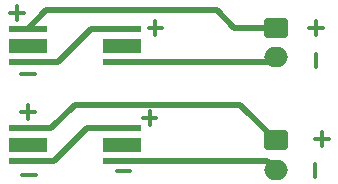
<source format=gbr>
%TF.GenerationSoftware,KiCad,Pcbnew,7.0.6*%
%TF.CreationDate,2023-12-12T11:09:34+00:00*%
%TF.ProjectId,led_holder,6c65645f-686f-46c6-9465-722e6b696361,rev?*%
%TF.SameCoordinates,Original*%
%TF.FileFunction,Copper,L1,Top*%
%TF.FilePolarity,Positive*%
%FSLAX46Y46*%
G04 Gerber Fmt 4.6, Leading zero omitted, Abs format (unit mm)*
G04 Created by KiCad (PCBNEW 7.0.6) date 2023-12-12 11:09:34*
%MOMM*%
%LPD*%
G01*
G04 APERTURE LIST*
G04 Aperture macros list*
%AMRoundRect*
0 Rectangle with rounded corners*
0 $1 Rounding radius*
0 $2 $3 $4 $5 $6 $7 $8 $9 X,Y pos of 4 corners*
0 Add a 4 corners polygon primitive as box body*
4,1,4,$2,$3,$4,$5,$6,$7,$8,$9,$2,$3,0*
0 Add four circle primitives for the rounded corners*
1,1,$1+$1,$2,$3*
1,1,$1+$1,$4,$5*
1,1,$1+$1,$6,$7*
1,1,$1+$1,$8,$9*
0 Add four rect primitives between the rounded corners*
20,1,$1+$1,$2,$3,$4,$5,0*
20,1,$1+$1,$4,$5,$6,$7,0*
20,1,$1+$1,$6,$7,$8,$9,0*
20,1,$1+$1,$8,$9,$2,$3,0*%
G04 Aperture macros list end*
%ADD10C,0.300000*%
%TA.AperFunction,NonConductor*%
%ADD11C,0.300000*%
%TD*%
%TA.AperFunction,ComponentPad*%
%ADD12RoundRect,0.250000X-0.750000X0.600000X-0.750000X-0.600000X0.750000X-0.600000X0.750000X0.600000X0*%
%TD*%
%TA.AperFunction,ComponentPad*%
%ADD13O,2.000000X1.700000*%
%TD*%
%TA.AperFunction,SMDPad,CuDef*%
%ADD14R,3.300000X0.500000*%
%TD*%
%TA.AperFunction,SMDPad,CuDef*%
%ADD15R,3.300000X1.300000*%
%TD*%
%TA.AperFunction,Conductor*%
%ADD16C,0.500000*%
%TD*%
G04 APERTURE END LIST*
D10*
D11*
X182429400Y-65845489D02*
X182429400Y-64702632D01*
D10*
D11*
X182329400Y-75145489D02*
X182329400Y-74002632D01*
D10*
D11*
X167754510Y-70129400D02*
X168897368Y-70129400D01*
X168325939Y-70700828D02*
X168325939Y-69557971D01*
D10*
D11*
X157454510Y-69629400D02*
X158597368Y-69629400D01*
X158025939Y-70200828D02*
X158025939Y-69057971D01*
D10*
D11*
X157554510Y-74929400D02*
X158697368Y-74929400D01*
D10*
D11*
X165554510Y-74629400D02*
X166697368Y-74629400D01*
D10*
D11*
X168254510Y-62529400D02*
X169397368Y-62529400D01*
X168825939Y-63100828D02*
X168825939Y-61957971D01*
D10*
D11*
X157454510Y-66429400D02*
X158597368Y-66429400D01*
D10*
D11*
X182354510Y-71929400D02*
X183497368Y-71929400D01*
X182925939Y-72500828D02*
X182925939Y-71357971D01*
D10*
D11*
X181854510Y-62529400D02*
X182997368Y-62529400D01*
X182425939Y-63100828D02*
X182425939Y-61957971D01*
D10*
D11*
X156554510Y-61229400D02*
X157697368Y-61229400D01*
X157125939Y-61800828D02*
X157125939Y-60657971D01*
D12*
%TO.P,J2,1,Pin_1*%
%TO.N,Net-(D3-A)*%
X179000000Y-72000000D03*
D13*
%TO.P,J2,2,Pin_2*%
%TO.N,Net-(D4-K)*%
X179000000Y-74500000D03*
%TD*%
%TO.P,J1,2,Pin_2*%
%TO.N,Net-(D2-K)*%
X179000000Y-65000000D03*
D12*
%TO.P,J1,1,Pin_1*%
%TO.N,Net-(D1-A)*%
X179000000Y-62500000D03*
%TD*%
D14*
%TO.P,D4,1,K*%
%TO.N,Net-(D4-K)*%
X166000000Y-73800000D03*
%TO.P,D4,2,A*%
%TO.N,Net-(D3-K)*%
X166000000Y-71000000D03*
D15*
%TO.P,D4,3*%
%TO.N,N/C*%
X166000000Y-72400000D03*
%TD*%
D14*
%TO.P,D3,1,K*%
%TO.N,Net-(D3-K)*%
X158000000Y-73800000D03*
%TO.P,D3,2,A*%
%TO.N,Net-(D3-A)*%
X158000000Y-71000000D03*
D15*
%TO.P,D3,3*%
%TO.N,N/C*%
X158000000Y-72400000D03*
%TD*%
D14*
%TO.P,D2,1,K*%
%TO.N,Net-(D2-K)*%
X166000000Y-65400000D03*
%TO.P,D2,2,A*%
%TO.N,Net-(D1-K)*%
X166000000Y-62600000D03*
D15*
%TO.P,D2,3*%
%TO.N,N/C*%
X166000000Y-64000000D03*
%TD*%
%TO.P,D1,3*%
%TO.N,N/C*%
X158000000Y-64000000D03*
D14*
%TO.P,D1,2,A*%
%TO.N,Net-(D1-A)*%
X158000000Y-62600000D03*
%TO.P,D1,1,K*%
%TO.N,Net-(D1-K)*%
X158000000Y-65400000D03*
%TD*%
D16*
%TO.N,Net-(D4-K)*%
X178300000Y-73800000D02*
X179000000Y-74500000D01*
X166000000Y-73800000D02*
X178300000Y-73800000D01*
%TO.N,Net-(D3-K)*%
X160200000Y-73800000D02*
X163000000Y-71000000D01*
X158000000Y-73800000D02*
X160200000Y-73800000D01*
X163000000Y-71000000D02*
X166000000Y-71000000D01*
%TO.N,Net-(D3-A)*%
X160000000Y-71000000D02*
X158000000Y-71000000D01*
X162000000Y-69000000D02*
X160000000Y-71000000D01*
X179000000Y-72000000D02*
X176000000Y-69000000D01*
X176000000Y-69000000D02*
X162000000Y-69000000D01*
%TO.N,Net-(D2-K)*%
X178600000Y-65400000D02*
X179000000Y-65000000D01*
X166000000Y-65400000D02*
X178600000Y-65400000D01*
%TO.N,Net-(D1-K)*%
X163400000Y-62600000D02*
X166000000Y-62600000D01*
X160600000Y-65400000D02*
X163400000Y-62600000D01*
X158000000Y-65400000D02*
X160600000Y-65400000D01*
%TO.N,Net-(D1-A)*%
X174000000Y-61000000D02*
X159600000Y-61000000D01*
X175500000Y-62500000D02*
X174000000Y-61000000D01*
X159600000Y-61000000D02*
X158000000Y-62600000D01*
X179000000Y-62500000D02*
X175500000Y-62500000D01*
%TD*%
M02*

</source>
